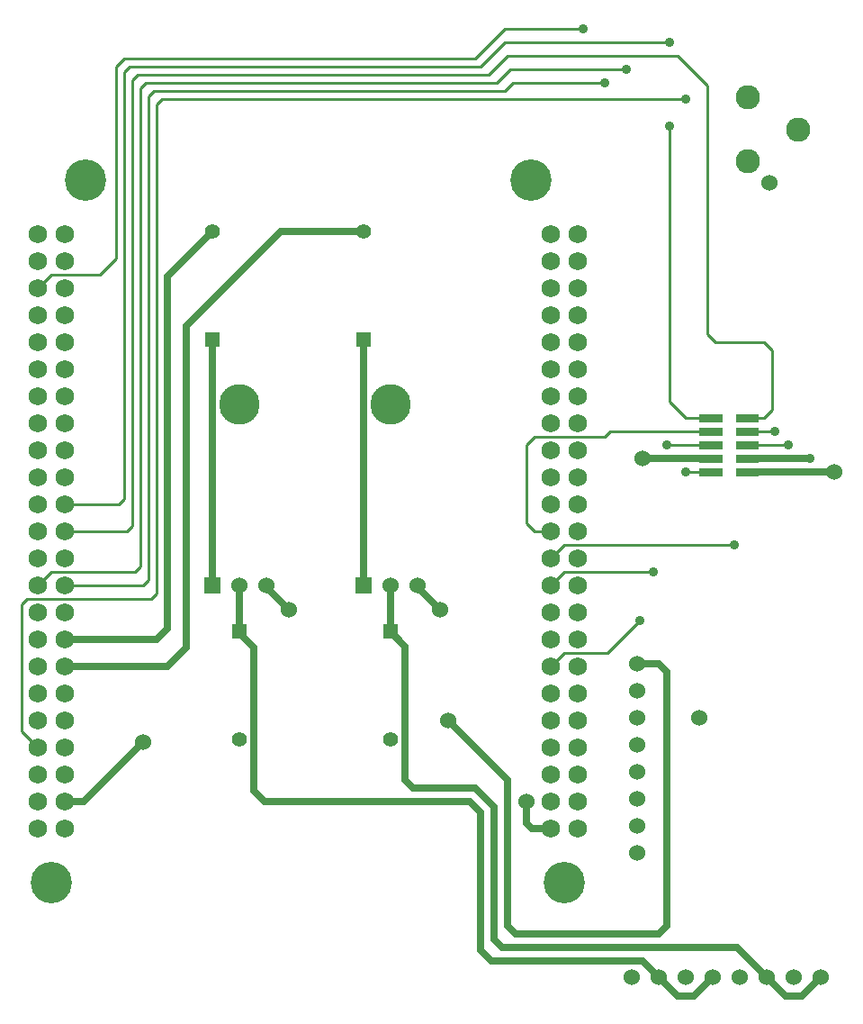
<source format=gbr>
G04 start of page 2 for group 0 idx 0 *
G04 Title: Motor Controller, top *
G04 Creator: pcb 4.0.2 *
G04 CreationDate: Wed Aug 19 04:53:54 2020 UTC *
G04 For: kevin *
G04 Format: Gerber/RS-274X *
G04 PCB-Dimensions (mil): 3300.00 3900.00 *
G04 PCB-Coordinate-Origin: lower left *
%MOIN*%
%FSLAX25Y25*%
%LNTOP*%
%ADD26C,0.0300*%
%ADD25C,0.1300*%
%ADD24C,0.1250*%
%ADD23C,0.0410*%
%ADD22C,0.0200*%
%ADD21C,0.0350*%
%ADD20C,0.0360*%
%ADD19C,0.0600*%
%ADD18C,0.0550*%
%ADD17C,0.0001*%
%ADD16C,0.1500*%
%ADD15C,0.1530*%
%ADD14C,0.0690*%
%ADD13C,0.0900*%
%ADD12C,0.0250*%
%ADD11C,0.0100*%
G54D11*X25000Y283000D02*X43000D01*
G54D12*X84500Y299000D02*X68000Y282500D01*
X75000Y264000D02*X110000Y299000D01*
X140500D01*
G54D11*X43000Y283000D02*X49000Y289000D01*
G54D12*X68000Y282500D02*Y152000D01*
X75000Y145000D02*Y264000D01*
X140500Y259000D02*Y168000D01*
X84500Y259000D02*Y168000D01*
G54D11*X25000Y173000D02*X56000D01*
X30000Y168000D02*X59000D01*
X55000Y355000D02*X57000Y357000D01*
X58000Y352000D02*X60000Y354000D01*
X49000Y360000D02*X52000Y363000D01*
X64000Y346000D02*X66000Y348000D01*
X52000Y358000D02*X54000Y360000D01*
X49000Y289000D02*Y360000D01*
X52000Y358000D02*Y200000D01*
X55000Y355000D02*Y190000D01*
X58000Y352000D02*Y175000D01*
X61000Y349000D02*Y170000D01*
X64000Y346000D02*Y165000D01*
X20000Y168000D02*X25000Y173000D01*
X20000Y278000D02*X25000Y283000D01*
X20000Y108000D02*X14000Y114000D01*
Y161000D01*
X16000Y163000D01*
X30000Y188000D02*X31000Y187000D01*
X16000Y163000D02*X59000D01*
X32000Y188000D02*X53000D01*
X52000Y200000D02*X50000Y198000D01*
X55000Y190000D02*X53000Y188000D01*
X30000Y198000D02*X50000D01*
G54D12*X68000Y152000D02*X64000Y148000D01*
X30000D01*
Y138000D02*X68000D01*
X75000Y145000D01*
X30000Y88000D02*X37000D01*
X59000Y110000D02*X37000Y88000D01*
G54D11*X260000Y230000D02*X254000Y236000D01*
Y338000D01*
X232000Y225000D02*X230000Y223000D01*
X204000D01*
X210000Y188000D02*X204000D01*
X201000Y191000D01*
Y220000D02*Y191000D01*
Y220000D02*X204000Y223000D01*
X268000Y353000D02*Y261000D01*
X271000Y258000D01*
X289000D01*
X292000Y255000D01*
Y233000D02*Y255000D01*
X268000Y353000D02*X257000Y364000D01*
X58000Y175000D02*X56000Y173000D01*
X61000Y170000D02*X59000Y168000D01*
X64000Y165000D02*X62000Y163000D01*
X58000D01*
G54D12*X150500Y151000D02*X156000Y145500D01*
Y96000D01*
X159000Y93000D01*
X182000D01*
G54D11*X66000Y348000D02*X260000D01*
X61000Y349000D02*X63000Y351000D01*
X193000D01*
X52000Y363000D02*X182000D01*
X193000Y374000D01*
X184000Y360000D02*X193000Y369000D01*
X187000Y357000D02*X194000Y364000D01*
X54000Y360000D02*X184000D01*
X57000Y357000D02*X187000D01*
X60000Y354000D02*X190000D01*
X193000Y374000D02*X222000D01*
X193000Y369000D02*X254000D01*
X194000Y364000D02*X257000D01*
X195000Y359000D02*X238000D01*
X196000Y354000D02*X230000D01*
X190000D02*X195000Y359000D01*
X193000Y351000D02*X196000Y354000D01*
G54D12*X269250Y215000D02*X244000D01*
X282750Y210000D02*X315000D01*
X282750Y215000D02*X306000D01*
G54D11*X269250Y210000D02*X260000D01*
X269250Y230000D02*X260000D01*
X282750D02*X289000D01*
X282750Y225000D02*X293000D01*
X289000Y230000D02*X292000Y233000D01*
X282750Y220000D02*X298000D01*
X269250Y225000D02*X232000D01*
X269250Y220000D02*X253000D01*
X215000Y173000D02*X248000D01*
X210000Y178000D02*X215000Y183000D01*
X278000D01*
G54D12*X310000Y23000D02*X303000Y16000D01*
X297000D01*
X270000Y23000D02*X263000Y16000D01*
X257000D01*
X250000Y23000D01*
X297000Y16000D02*X279000Y34000D01*
X249500Y23500D02*X244000Y29000D01*
X242000Y139000D02*X250000D01*
X253000Y136000D01*
X250000Y39000D02*X253000Y42000D01*
Y136000D02*Y42000D01*
X244000Y29000D02*X188000D01*
X279000Y34000D02*X192000D01*
X250000Y39000D02*X197000D01*
G54D11*X215000Y143000D02*X231000D01*
X243000Y155000D01*
G54D12*X197000Y39000D02*X194000Y42000D01*
Y96000D02*Y42000D01*
X201000Y88000D02*Y80000D01*
X203000Y78000D01*
X210000D01*
X188000Y29000D02*X184000Y33000D01*
X192000Y34000D02*X189000Y37000D01*
Y85000D01*
X184000Y33000D02*Y84000D01*
X180000Y88000D02*X184000Y84000D01*
X94500Y150500D02*X100000Y145000D01*
Y92000D01*
X104000Y88000D01*
X180000D01*
X194000Y96000D02*X172000Y118000D01*
X182000Y93000D02*X189000Y86000D01*
X150500Y151000D02*Y168000D01*
X160500D02*Y167500D01*
X169000Y159000D01*
G54D11*X210000Y168000D02*X215000Y173000D01*
X210000Y138000D02*X215000Y143000D01*
G54D12*X94500Y168000D02*Y151000D01*
X104500Y168000D02*Y167500D01*
X113000Y159000D01*
G54D13*X301504Y336811D03*
X283000Y348622D03*
Y325000D03*
G54D14*X210000Y298000D03*
G54D15*X202500Y318000D03*
G54D14*X220000Y298000D03*
Y288000D03*
Y278000D03*
Y268000D03*
Y258000D03*
Y248000D03*
Y238000D03*
G54D16*X150500Y235000D03*
X94500D03*
G54D17*G36*
X137750Y261750D02*Y256250D01*
X143250D01*
Y261750D01*
X137750D01*
G37*
G54D18*X140500Y299000D03*
G54D17*G36*
X81750Y261750D02*Y256250D01*
X87250D01*
Y261750D01*
X81750D01*
G37*
G54D18*X84500Y299000D03*
G54D14*X30000Y298000D03*
Y268000D03*
Y278000D03*
Y288000D03*
X20000Y298000D03*
Y288000D03*
Y248000D03*
Y258000D03*
Y268000D03*
Y278000D03*
X30000Y248000D03*
Y258000D03*
G54D15*X37500Y318000D03*
G54D14*X20000Y178000D03*
X30000D03*
Y188000D03*
X20000D03*
Y198000D03*
Y208000D03*
Y218000D03*
Y228000D03*
Y238000D03*
X30000Y198000D03*
Y208000D03*
Y218000D03*
Y228000D03*
Y238000D03*
X210000Y178000D03*
X220000D03*
X210000Y188000D03*
X220000D03*
X210000Y198000D03*
X220000D03*
X210000Y208000D03*
X220000Y218000D03*
Y228000D03*
Y208000D03*
X210000Y218000D03*
Y228000D03*
Y238000D03*
Y248000D03*
Y258000D03*
Y268000D03*
Y278000D03*
Y288000D03*
G54D17*G36*
X137500Y171000D02*Y165000D01*
X143500D01*
Y171000D01*
X137500D01*
G37*
G36*
X81500D02*Y165000D01*
X87500D01*
Y171000D01*
X81500D01*
G37*
G54D19*X94500Y168000D03*
X104500D03*
X150500D03*
G54D17*G36*
X147750Y153750D02*Y148250D01*
X153250D01*
Y153750D01*
X147750D01*
G37*
G36*
X91750D02*Y148250D01*
X97250D01*
Y153750D01*
X91750D01*
G37*
G54D18*X150500Y111000D03*
X94500D03*
G54D19*X160500Y168000D03*
G54D14*X30000Y78000D03*
X20000D03*
X30000Y88000D03*
G54D15*X25000Y58000D03*
G54D14*X20000Y118000D03*
Y128000D03*
Y138000D03*
Y148000D03*
Y158000D03*
Y168000D03*
Y88000D03*
Y98000D03*
Y108000D03*
X30000Y98000D03*
Y108000D03*
Y118000D03*
Y128000D03*
Y138000D03*
Y148000D03*
Y158000D03*
Y168000D03*
G54D19*X270000Y23000D03*
X260000D03*
X250000D03*
X280000D03*
X310000D03*
X300000D03*
X290000D03*
X240000D03*
X242000Y139000D03*
G54D14*X210000Y128000D03*
Y138000D03*
Y148000D03*
Y158000D03*
Y168000D03*
X220000D03*
Y158000D03*
Y148000D03*
G54D19*X242000Y119000D03*
Y109000D03*
Y99000D03*
Y89000D03*
Y79000D03*
Y69000D03*
G54D14*X220000Y78000D03*
Y88000D03*
X210000D03*
X220000Y108000D03*
G54D15*X215000Y58000D03*
G54D14*X210000Y78000D03*
G54D19*X242000Y129000D03*
G54D14*X210000Y98000D03*
Y108000D03*
Y118000D03*
X220000Y138000D03*
Y128000D03*
Y118000D03*
Y98000D03*
G54D17*G36*
X265000Y216500D02*Y213500D01*
X273500D01*
Y216500D01*
X265000D01*
G37*
G36*
X278500Y221500D02*Y218500D01*
X287000D01*
Y221500D01*
X278500D01*
G37*
G36*
X265000D02*Y218500D01*
X273500D01*
Y221500D01*
X265000D01*
G37*
G36*
X278500Y226500D02*Y223500D01*
X287000D01*
Y226500D01*
X278500D01*
G37*
G36*
X265000D02*Y223500D01*
X273500D01*
Y226500D01*
X265000D01*
G37*
G36*
X278500Y211500D02*Y208500D01*
X287000D01*
Y211500D01*
X278500D01*
G37*
G36*
X265000D02*Y208500D01*
X273500D01*
Y211500D01*
X265000D01*
G37*
G36*
X278500Y216500D02*Y213500D01*
X287000D01*
Y216500D01*
X278500D01*
G37*
G36*
Y231500D02*Y228500D01*
X287000D01*
Y231500D01*
X278500D01*
G37*
G36*
X265000D02*Y228500D01*
X273500D01*
Y231500D01*
X265000D01*
G37*
G54D19*Y119000D03*
G54D20*X278000Y183000D03*
G54D19*X244000Y215000D03*
G54D20*X248000Y173000D03*
X243000Y155000D03*
X253000Y220000D03*
X260000Y348000D03*
X254000Y338000D03*
X238000Y359000D03*
X230000Y354000D03*
G54D19*X315000Y210000D03*
X291000Y317000D03*
G54D20*X298000Y220000D03*
X260000Y210000D03*
X293000Y225000D03*
X306000Y215000D03*
X222000Y374000D03*
X254000Y369000D03*
G54D19*X169000Y159000D03*
X113000D03*
X172000Y118000D03*
X59000Y110000D03*
X201000Y88000D03*
G54D21*G54D22*G54D21*G54D22*G54D21*G54D22*G54D21*G54D19*G54D23*G54D24*G54D23*G54D25*G54D26*G54D23*G54D24*G54D23*G54D21*G54D26*G54D21*G54D23*G54D24*G54D23*G54D21*G54D23*G54D21*G54D23*G54D24*G54D23*G54D21*G54D23*M02*

</source>
